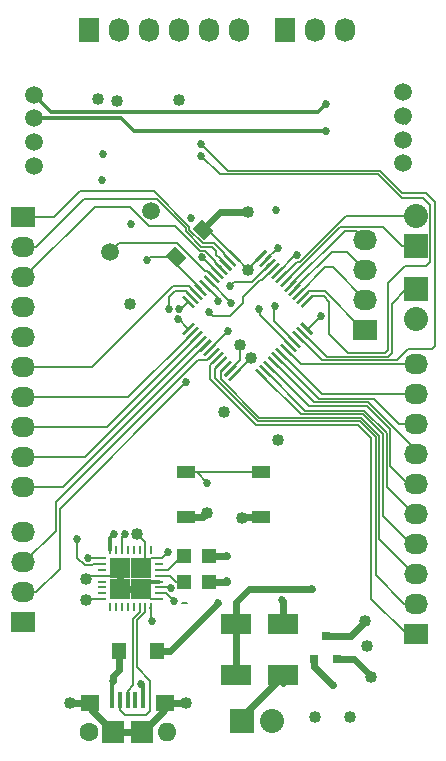
<source format=gtl>
G04 #@! TF.FileFunction,Copper,L1,Top,Signal*
%FSLAX46Y46*%
G04 Gerber Fmt 4.6, Leading zero omitted, Abs format (unit mm)*
G04 Created by KiCad (PCBNEW 4.0.0-2.201512072331+6194~38~ubuntu14.04.1-stable) date Mon 04 Jan 2016 09:00:13 PM CET*
%MOMM*%
G01*
G04 APERTURE LIST*
%ADD10C,0.100000*%
%ADD11R,2.499360X1.800860*%
%ADD12R,1.198880X1.198880*%
%ADD13R,1.150620X1.399540*%
%ADD14R,2.032000X1.727200*%
%ADD15O,2.032000X1.727200*%
%ADD16R,2.032000X2.032000*%
%ADD17O,2.032000X2.032000*%
%ADD18R,1.727200X2.032000*%
%ADD19O,1.727200X2.032000*%
%ADD20C,1.500000*%
%ADD21R,0.400000X1.350000*%
%ADD22R,1.600000X1.400000*%
%ADD23R,1.900000X1.900000*%
%ADD24C,1.600000*%
%ADD25O,1.600000X1.600000*%
%ADD26R,0.700000X0.250000*%
%ADD27R,0.250000X0.700000*%
%ADD28R,1.725000X1.725000*%
%ADD29R,0.800100X0.800100*%
%ADD30C,1.501140*%
%ADD31R,1.600000X1.000000*%
%ADD32C,0.685800*%
%ADD33C,1.016000*%
%ADD34C,0.152400*%
%ADD35C,0.304800*%
%ADD36C,0.609600*%
G04 APERTURE END LIST*
D10*
G36*
X96110621Y-97529111D02*
X96287398Y-97352334D01*
X97206637Y-98271573D01*
X97029860Y-98448350D01*
X96110621Y-97529111D01*
X96110621Y-97529111D01*
G37*
G36*
X95757068Y-97882664D02*
X95933845Y-97705887D01*
X96853084Y-98625126D01*
X96676307Y-98801903D01*
X95757068Y-97882664D01*
X95757068Y-97882664D01*
G37*
G36*
X95403514Y-98236218D02*
X95580291Y-98059441D01*
X96499530Y-98978680D01*
X96322753Y-99155457D01*
X95403514Y-98236218D01*
X95403514Y-98236218D01*
G37*
G36*
X95049961Y-98589771D02*
X95226738Y-98412994D01*
X96145977Y-99332233D01*
X95969200Y-99509010D01*
X95049961Y-98589771D01*
X95049961Y-98589771D01*
G37*
G36*
X94696408Y-98943324D02*
X94873185Y-98766547D01*
X95792424Y-99685786D01*
X95615647Y-99862563D01*
X94696408Y-98943324D01*
X94696408Y-98943324D01*
G37*
G36*
X94342854Y-99296878D02*
X94519631Y-99120101D01*
X95438870Y-100039340D01*
X95262093Y-100216117D01*
X94342854Y-99296878D01*
X94342854Y-99296878D01*
G37*
G36*
X93989301Y-99650431D02*
X94166078Y-99473654D01*
X95085317Y-100392893D01*
X94908540Y-100569670D01*
X93989301Y-99650431D01*
X93989301Y-99650431D01*
G37*
G36*
X93635747Y-100003985D02*
X93812524Y-99827208D01*
X94731763Y-100746447D01*
X94554986Y-100923224D01*
X93635747Y-100003985D01*
X93635747Y-100003985D01*
G37*
G36*
X93282194Y-100357538D02*
X93458971Y-100180761D01*
X94378210Y-101100000D01*
X94201433Y-101276777D01*
X93282194Y-100357538D01*
X93282194Y-100357538D01*
G37*
G36*
X92928641Y-100711091D02*
X93105418Y-100534314D01*
X94024657Y-101453553D01*
X93847880Y-101630330D01*
X92928641Y-100711091D01*
X92928641Y-100711091D01*
G37*
G36*
X92575087Y-101064645D02*
X92751864Y-100887868D01*
X93671103Y-101807107D01*
X93494326Y-101983884D01*
X92575087Y-101064645D01*
X92575087Y-101064645D01*
G37*
G36*
X92221534Y-101418198D02*
X92398311Y-101241421D01*
X93317550Y-102160660D01*
X93140773Y-102337437D01*
X92221534Y-101418198D01*
X92221534Y-101418198D01*
G37*
G36*
X92398311Y-104600179D02*
X92221534Y-104423402D01*
X93140773Y-103504163D01*
X93317550Y-103680940D01*
X92398311Y-104600179D01*
X92398311Y-104600179D01*
G37*
G36*
X92751864Y-104953732D02*
X92575087Y-104776955D01*
X93494326Y-103857716D01*
X93671103Y-104034493D01*
X92751864Y-104953732D01*
X92751864Y-104953732D01*
G37*
G36*
X93105418Y-105307286D02*
X92928641Y-105130509D01*
X93847880Y-104211270D01*
X94024657Y-104388047D01*
X93105418Y-105307286D01*
X93105418Y-105307286D01*
G37*
G36*
X93458971Y-105660839D02*
X93282194Y-105484062D01*
X94201433Y-104564823D01*
X94378210Y-104741600D01*
X93458971Y-105660839D01*
X93458971Y-105660839D01*
G37*
G36*
X93812524Y-106014392D02*
X93635747Y-105837615D01*
X94554986Y-104918376D01*
X94731763Y-105095153D01*
X93812524Y-106014392D01*
X93812524Y-106014392D01*
G37*
G36*
X94166078Y-106367946D02*
X93989301Y-106191169D01*
X94908540Y-105271930D01*
X95085317Y-105448707D01*
X94166078Y-106367946D01*
X94166078Y-106367946D01*
G37*
G36*
X94519631Y-106721499D02*
X94342854Y-106544722D01*
X95262093Y-105625483D01*
X95438870Y-105802260D01*
X94519631Y-106721499D01*
X94519631Y-106721499D01*
G37*
G36*
X94873185Y-107075053D02*
X94696408Y-106898276D01*
X95615647Y-105979037D01*
X95792424Y-106155814D01*
X94873185Y-107075053D01*
X94873185Y-107075053D01*
G37*
G36*
X95226738Y-107428606D02*
X95049961Y-107251829D01*
X95969200Y-106332590D01*
X96145977Y-106509367D01*
X95226738Y-107428606D01*
X95226738Y-107428606D01*
G37*
G36*
X95580291Y-107782159D02*
X95403514Y-107605382D01*
X96322753Y-106686143D01*
X96499530Y-106862920D01*
X95580291Y-107782159D01*
X95580291Y-107782159D01*
G37*
G36*
X95933845Y-108135713D02*
X95757068Y-107958936D01*
X96676307Y-107039697D01*
X96853084Y-107216474D01*
X95933845Y-108135713D01*
X95933845Y-108135713D01*
G37*
G36*
X96287398Y-108489266D02*
X96110621Y-108312489D01*
X97029860Y-107393250D01*
X97206637Y-107570027D01*
X96287398Y-108489266D01*
X96287398Y-108489266D01*
G37*
G36*
X98373363Y-107570027D02*
X98550140Y-107393250D01*
X99469379Y-108312489D01*
X99292602Y-108489266D01*
X98373363Y-107570027D01*
X98373363Y-107570027D01*
G37*
G36*
X98726916Y-107216474D02*
X98903693Y-107039697D01*
X99822932Y-107958936D01*
X99646155Y-108135713D01*
X98726916Y-107216474D01*
X98726916Y-107216474D01*
G37*
G36*
X99080470Y-106862920D02*
X99257247Y-106686143D01*
X100176486Y-107605382D01*
X99999709Y-107782159D01*
X99080470Y-106862920D01*
X99080470Y-106862920D01*
G37*
G36*
X99434023Y-106509367D02*
X99610800Y-106332590D01*
X100530039Y-107251829D01*
X100353262Y-107428606D01*
X99434023Y-106509367D01*
X99434023Y-106509367D01*
G37*
G36*
X99787576Y-106155814D02*
X99964353Y-105979037D01*
X100883592Y-106898276D01*
X100706815Y-107075053D01*
X99787576Y-106155814D01*
X99787576Y-106155814D01*
G37*
G36*
X100141130Y-105802260D02*
X100317907Y-105625483D01*
X101237146Y-106544722D01*
X101060369Y-106721499D01*
X100141130Y-105802260D01*
X100141130Y-105802260D01*
G37*
G36*
X100494683Y-105448707D02*
X100671460Y-105271930D01*
X101590699Y-106191169D01*
X101413922Y-106367946D01*
X100494683Y-105448707D01*
X100494683Y-105448707D01*
G37*
G36*
X100848237Y-105095153D02*
X101025014Y-104918376D01*
X101944253Y-105837615D01*
X101767476Y-106014392D01*
X100848237Y-105095153D01*
X100848237Y-105095153D01*
G37*
G36*
X101201790Y-104741600D02*
X101378567Y-104564823D01*
X102297806Y-105484062D01*
X102121029Y-105660839D01*
X101201790Y-104741600D01*
X101201790Y-104741600D01*
G37*
G36*
X101555343Y-104388047D02*
X101732120Y-104211270D01*
X102651359Y-105130509D01*
X102474582Y-105307286D01*
X101555343Y-104388047D01*
X101555343Y-104388047D01*
G37*
G36*
X101908897Y-104034493D02*
X102085674Y-103857716D01*
X103004913Y-104776955D01*
X102828136Y-104953732D01*
X101908897Y-104034493D01*
X101908897Y-104034493D01*
G37*
G36*
X102262450Y-103680940D02*
X102439227Y-103504163D01*
X103358466Y-104423402D01*
X103181689Y-104600179D01*
X102262450Y-103680940D01*
X102262450Y-103680940D01*
G37*
G36*
X102439227Y-102337437D02*
X102262450Y-102160660D01*
X103181689Y-101241421D01*
X103358466Y-101418198D01*
X102439227Y-102337437D01*
X102439227Y-102337437D01*
G37*
G36*
X102085674Y-101983884D02*
X101908897Y-101807107D01*
X102828136Y-100887868D01*
X103004913Y-101064645D01*
X102085674Y-101983884D01*
X102085674Y-101983884D01*
G37*
G36*
X101732120Y-101630330D02*
X101555343Y-101453553D01*
X102474582Y-100534314D01*
X102651359Y-100711091D01*
X101732120Y-101630330D01*
X101732120Y-101630330D01*
G37*
G36*
X101378567Y-101276777D02*
X101201790Y-101100000D01*
X102121029Y-100180761D01*
X102297806Y-100357538D01*
X101378567Y-101276777D01*
X101378567Y-101276777D01*
G37*
G36*
X101025014Y-100923224D02*
X100848237Y-100746447D01*
X101767476Y-99827208D01*
X101944253Y-100003985D01*
X101025014Y-100923224D01*
X101025014Y-100923224D01*
G37*
G36*
X100671460Y-100569670D02*
X100494683Y-100392893D01*
X101413922Y-99473654D01*
X101590699Y-99650431D01*
X100671460Y-100569670D01*
X100671460Y-100569670D01*
G37*
G36*
X100317907Y-100216117D02*
X100141130Y-100039340D01*
X101060369Y-99120101D01*
X101237146Y-99296878D01*
X100317907Y-100216117D01*
X100317907Y-100216117D01*
G37*
G36*
X99964353Y-99862563D02*
X99787576Y-99685786D01*
X100706815Y-98766547D01*
X100883592Y-98943324D01*
X99964353Y-99862563D01*
X99964353Y-99862563D01*
G37*
G36*
X99610800Y-99509010D02*
X99434023Y-99332233D01*
X100353262Y-98412994D01*
X100530039Y-98589771D01*
X99610800Y-99509010D01*
X99610800Y-99509010D01*
G37*
G36*
X99257247Y-99155457D02*
X99080470Y-98978680D01*
X99999709Y-98059441D01*
X100176486Y-98236218D01*
X99257247Y-99155457D01*
X99257247Y-99155457D01*
G37*
G36*
X98903693Y-98801903D02*
X98726916Y-98625126D01*
X99646155Y-97705887D01*
X99822932Y-97882664D01*
X98903693Y-98801903D01*
X98903693Y-98801903D01*
G37*
G36*
X98550140Y-98448350D02*
X98373363Y-98271573D01*
X99292602Y-97352334D01*
X99469379Y-97529111D01*
X98550140Y-98448350D01*
X98550140Y-98448350D01*
G37*
D11*
X96807020Y-133350000D03*
X100804980Y-133350000D03*
X96807020Y-129032000D03*
X100804980Y-129032000D03*
D12*
X94521020Y-123317000D03*
X92422980Y-123317000D03*
X94521020Y-125476000D03*
X92422980Y-125476000D03*
D10*
G36*
X91599520Y-97072655D02*
X92589145Y-98062280D01*
X91775534Y-98875891D01*
X90785909Y-97886266D01*
X91599520Y-97072655D01*
X91599520Y-97072655D01*
G37*
G36*
X93898466Y-94773709D02*
X94888091Y-95763334D01*
X94074480Y-96576945D01*
X93084855Y-95587320D01*
X93898466Y-94773709D01*
X93898466Y-94773709D01*
G37*
D13*
X90144600Y-131318000D03*
X86893400Y-131318000D03*
D14*
X112014000Y-129921000D03*
D15*
X112014000Y-127381000D03*
X112014000Y-124841000D03*
X112014000Y-122301000D03*
X112014000Y-119761000D03*
X112014000Y-117221000D03*
X112014000Y-114681000D03*
X112014000Y-112141000D03*
X112014000Y-109601000D03*
X112014000Y-107061000D03*
D14*
X78740000Y-94615000D03*
D15*
X78740000Y-97155000D03*
X78740000Y-99695000D03*
X78740000Y-102235000D03*
X78740000Y-104775000D03*
X78740000Y-107315000D03*
X78740000Y-109855000D03*
X78740000Y-112395000D03*
X78740000Y-114935000D03*
X78740000Y-117475000D03*
D14*
X107746800Y-104165400D03*
D15*
X107746800Y-101625400D03*
X107746800Y-99085400D03*
X107746800Y-96545400D03*
D16*
X112014000Y-100711000D03*
D17*
X112014000Y-103251000D03*
D14*
X78740000Y-128905000D03*
D15*
X78740000Y-126365000D03*
X78740000Y-123825000D03*
X78740000Y-121285000D03*
D16*
X112014000Y-97028000D03*
D17*
X112014000Y-94488000D03*
D18*
X84328000Y-78740000D03*
D19*
X86868000Y-78740000D03*
X89408000Y-78740000D03*
X91948000Y-78740000D03*
X94488000Y-78740000D03*
X97028000Y-78740000D03*
D20*
X110934500Y-90056500D03*
X110934500Y-88056500D03*
X110934500Y-86056500D03*
X110934500Y-84056500D03*
X79692500Y-84251000D03*
X79692500Y-86251000D03*
X79692500Y-88251000D03*
X79692500Y-90251000D03*
D18*
X100965000Y-78740000D03*
D19*
X103505000Y-78740000D03*
X106045000Y-78740000D03*
D21*
X86330000Y-135526000D03*
X88280000Y-135526000D03*
X87630000Y-135526000D03*
X86980000Y-135526000D03*
X88930000Y-135526000D03*
D22*
X84430000Y-135726000D03*
X90830000Y-135726000D03*
D23*
X86430000Y-138176000D03*
X88830000Y-138176000D03*
D24*
X84330000Y-138176000D03*
D25*
X90930000Y-138176000D03*
D16*
X97282000Y-137287000D03*
D17*
X99822000Y-137287000D03*
D26*
X85484000Y-123472000D03*
X85484000Y-123972000D03*
X85484000Y-124472000D03*
X85484000Y-124972000D03*
X85484000Y-125472000D03*
X85484000Y-125972000D03*
X85484000Y-126472000D03*
X85484000Y-126972000D03*
D27*
X86134000Y-127622000D03*
X86634000Y-127622000D03*
X87134000Y-127622000D03*
X87634000Y-127622000D03*
X88134000Y-127622000D03*
X88634000Y-127622000D03*
X89134000Y-127622000D03*
X89634000Y-127622000D03*
D26*
X90284000Y-126972000D03*
X90284000Y-126472000D03*
X90284000Y-125972000D03*
X90284000Y-125472000D03*
X90284000Y-124972000D03*
X90284000Y-124472000D03*
X90284000Y-123972000D03*
X90284000Y-123472000D03*
D27*
X89634000Y-122822000D03*
X89134000Y-122822000D03*
X88634000Y-122822000D03*
X88134000Y-122822000D03*
X87634000Y-122822000D03*
X87134000Y-122822000D03*
X86634000Y-122822000D03*
X86134000Y-122822000D03*
D28*
X88746500Y-126084500D03*
X88746500Y-124359500D03*
X87021500Y-126084500D03*
X87021500Y-124359500D03*
D29*
X103444000Y-132064760D03*
X105344000Y-132064760D03*
X104394000Y-130065780D03*
D30*
X89610005Y-94082795D03*
X86157995Y-97534805D03*
D31*
X92558000Y-116210000D03*
X98958000Y-116210000D03*
X92558000Y-120010000D03*
X98958000Y-120010000D03*
D32*
X89281000Y-98221800D03*
D33*
X84137500Y-125222000D03*
D32*
X91059000Y-122936000D03*
X85471000Y-91503500D03*
D33*
X88455500Y-121412000D03*
X107886500Y-130937000D03*
X92583000Y-135763000D03*
X82740500Y-135763000D03*
X97345500Y-120078500D03*
X94361000Y-119697500D03*
X86741000Y-84772500D03*
X103505000Y-136906000D03*
X87820500Y-101981000D03*
X100330000Y-113474500D03*
X97155000Y-105473500D03*
D32*
X95275400Y-101676200D03*
X100330000Y-97205800D03*
X105003600Y-134264400D03*
X100177600Y-94005400D03*
X92979107Y-94672303D03*
X87884000Y-95173800D03*
X88773000Y-134112000D03*
X93929200Y-98018600D03*
X96418400Y-101879400D03*
X94361000Y-117094000D03*
X86360000Y-133858000D03*
X89687400Y-128803400D03*
D33*
X107759500Y-128841500D03*
D32*
X103251000Y-126111000D03*
X85534500Y-89281000D03*
D33*
X85090000Y-84645500D03*
X91948000Y-84709000D03*
X108204000Y-133540500D03*
X106489500Y-136906000D03*
X95821500Y-111125000D03*
X97790000Y-94170500D03*
X97853500Y-99060000D03*
X98044000Y-106553000D03*
D32*
X96037400Y-123317000D03*
X96062800Y-125450600D03*
X96291400Y-100431600D03*
X91105819Y-102429532D03*
X96113600Y-104267000D03*
X92583000Y-108585000D03*
X93853000Y-89408000D03*
X93853000Y-88392000D03*
X98742500Y-102425500D03*
X100139500Y-102108000D03*
X101981000Y-97790000D03*
X91567000Y-127127000D03*
X92005848Y-102429532D03*
X87376000Y-121412000D03*
X91866663Y-103256107D03*
X83375500Y-121856500D03*
X86487000Y-121412000D03*
D33*
X84074000Y-127063500D03*
D32*
X84251800Y-123444000D03*
X100711000Y-127000000D03*
X91313000Y-125984000D03*
X95250000Y-127254000D03*
X104457500Y-85026500D03*
X104457500Y-87312500D03*
X103987600Y-102946200D03*
X94488000Y-102616000D03*
D34*
X92676980Y-127254000D02*
X92202000Y-127254000D01*
X91687527Y-97974273D02*
X89528527Y-97974273D01*
X89528527Y-97974273D02*
X89281000Y-98221800D01*
X91687527Y-97974273D02*
X91687527Y-98586094D01*
X91687527Y-98586094D02*
X93830202Y-100728769D01*
D35*
X84137500Y-125222000D02*
X84137500Y-125158500D01*
D34*
X84324000Y-124972000D02*
X85484000Y-124972000D01*
X84137500Y-125158500D02*
X84324000Y-124972000D01*
X90284000Y-123472000D02*
X90523000Y-123472000D01*
X90523000Y-123472000D02*
X91059000Y-122936000D01*
X85484000Y-124972000D02*
X86409000Y-124972000D01*
X86409000Y-124972000D02*
X87021500Y-124359500D01*
X89134000Y-122822000D02*
X89134000Y-122090500D01*
X89134000Y-122090500D02*
X88455500Y-121412000D01*
D36*
X90830000Y-135726000D02*
X92546000Y-135726000D01*
X92546000Y-135726000D02*
X92583000Y-135763000D01*
X84430000Y-135726000D02*
X82777500Y-135726000D01*
X82777500Y-135726000D02*
X82740500Y-135763000D01*
X98958000Y-120010000D02*
X97414000Y-120010000D01*
X97414000Y-120010000D02*
X97345500Y-120078500D01*
X94048500Y-120010000D02*
X92558000Y-120010000D01*
X94361000Y-119697500D02*
X94048500Y-120010000D01*
D34*
X96305076Y-107587705D02*
X96310795Y-107587705D01*
X96310795Y-107587705D02*
X97155000Y-106743500D01*
X97155000Y-106743500D02*
X97155000Y-105473500D01*
X96305076Y-107587705D02*
X96374295Y-107587705D01*
X94183755Y-100375216D02*
X94203016Y-100375216D01*
X94203016Y-100375216D02*
X95275400Y-101447600D01*
X95275400Y-101447600D02*
X95275400Y-101676200D01*
X99274924Y-98253895D02*
X99281905Y-98253895D01*
X99281905Y-98253895D02*
X100330000Y-97205800D01*
D36*
X103444000Y-132064760D02*
X103444000Y-132704800D01*
X103444000Y-132704800D02*
X105003600Y-134264400D01*
X87021500Y-126084500D02*
X87021500Y-124359500D01*
X87021500Y-126084500D02*
X88746500Y-126084500D01*
D34*
X86409000Y-124972000D02*
X87021500Y-124359500D01*
X96305076Y-107529924D02*
X96305076Y-107587705D01*
X96305076Y-107587705D02*
X96305076Y-107580724D01*
D35*
X90284000Y-125472000D02*
X89359000Y-125472000D01*
X89359000Y-125472000D02*
X88746500Y-126084500D01*
X88930000Y-135526000D02*
X88930000Y-134269000D01*
D34*
X88930000Y-134269000D02*
X88773000Y-134112000D01*
D35*
X90630000Y-135526000D02*
X90830000Y-135726000D01*
D36*
X88830000Y-138176000D02*
X88900000Y-138176000D01*
X88900000Y-138176000D02*
X90830000Y-136246000D01*
X90830000Y-136246000D02*
X90830000Y-135726000D01*
X86430000Y-138176000D02*
X88830000Y-138176000D01*
X84430000Y-135726000D02*
X84430000Y-136176000D01*
X84430000Y-136176000D02*
X86430000Y-138176000D01*
D34*
X90284000Y-126972000D02*
X89634000Y-126972000D01*
X89634000Y-126972000D02*
X88746500Y-126084500D01*
X86409000Y-124972000D02*
X87021500Y-124359500D01*
X89134000Y-122822000D02*
X89134000Y-123972000D01*
X89134000Y-123972000D02*
X88746500Y-124359500D01*
X90284000Y-123472000D02*
X89634000Y-123472000D01*
X89634000Y-123472000D02*
X88746500Y-124359500D01*
X93929200Y-98018600D02*
X94945200Y-99034600D01*
X86908564Y-96784236D02*
X91849014Y-96784236D01*
X86157995Y-97534805D02*
X86908564Y-96784236D01*
X94202558Y-99137780D02*
X94360533Y-99137780D01*
X91849014Y-96784236D02*
X94202558Y-99137780D01*
X94360533Y-99137780D02*
X94890862Y-99668109D01*
X96418400Y-101879400D02*
X94560662Y-100021662D01*
X94560662Y-100021662D02*
X94537309Y-100021662D01*
X94537309Y-100049109D02*
X94537309Y-100021662D01*
X93477000Y-116210000D02*
X92558000Y-116210000D01*
X94361000Y-117094000D02*
X93477000Y-116210000D01*
X92558000Y-116210000D02*
X98958000Y-116210000D01*
D36*
X86360000Y-133858000D02*
X86360000Y-133477000D01*
X86893400Y-132943600D02*
X86893400Y-131318000D01*
X86360000Y-133477000D02*
X86893400Y-132943600D01*
D35*
X86330000Y-133888000D02*
X86330000Y-135526000D01*
D34*
X86360000Y-133858000D02*
X86330000Y-133888000D01*
X89687400Y-128803400D02*
X89634000Y-128750000D01*
X89634000Y-128750000D02*
X89634000Y-127622000D01*
X89535000Y-127721000D02*
X89634000Y-127622000D01*
D36*
X106535220Y-130065780D02*
X104394000Y-130065780D01*
X107759500Y-128841500D02*
X106535220Y-130065780D01*
X96807020Y-129032000D02*
X96807020Y-127220980D01*
X97917000Y-126111000D02*
X103251000Y-126111000D01*
X96807020Y-127220980D02*
X97917000Y-126111000D01*
X96807020Y-129032000D02*
X96807020Y-129573020D01*
X96807020Y-133350000D02*
X96807020Y-129032000D01*
X108204000Y-133540500D02*
X108204000Y-133477000D01*
X106791760Y-132064760D02*
X105344000Y-132064760D01*
X108204000Y-133477000D02*
X106791760Y-132064760D01*
X93986473Y-95675327D02*
X93986473Y-95624527D01*
X93986473Y-95624527D02*
X95440500Y-94170500D01*
X95440500Y-94170500D02*
X97790000Y-94170500D01*
D34*
X98921371Y-97900342D02*
X98921371Y-97928629D01*
X98921371Y-97928629D02*
X97853500Y-98996500D01*
X96693842Y-97900342D02*
X97853500Y-99060000D01*
X97853500Y-98996500D02*
X97853500Y-99060000D01*
X96658629Y-97900342D02*
X96693842Y-97900342D01*
X96658629Y-107941258D02*
X96658629Y-107938371D01*
X96658629Y-107938371D02*
X98044000Y-106553000D01*
X96658629Y-97900342D02*
X96681142Y-97900342D01*
X98921371Y-97900342D02*
X98898858Y-97900342D01*
D36*
X93986473Y-95675327D02*
X94113473Y-95675327D01*
D34*
X93986473Y-95675327D02*
X94433614Y-95675327D01*
X94433614Y-95675327D02*
X96658629Y-97900342D01*
D36*
X97282000Y-137287000D02*
X97282000Y-136906000D01*
X97282000Y-136906000D02*
X100804980Y-133383020D01*
X100804980Y-133383020D02*
X100804980Y-133350000D01*
X100804980Y-133350000D02*
X100804980Y-134018020D01*
X94521020Y-123317000D02*
X96037400Y-123317000D01*
D34*
X92422980Y-123317000D02*
X92202000Y-123317000D01*
X92202000Y-123317000D02*
X91047000Y-124472000D01*
X91047000Y-124472000D02*
X90284000Y-124472000D01*
D36*
X94521020Y-125476000D02*
X96037400Y-125476000D01*
X96037400Y-125476000D02*
X96062800Y-125450600D01*
D34*
X92422980Y-125476000D02*
X91694000Y-125476000D01*
X91190000Y-124972000D02*
X90284000Y-124972000D01*
X91694000Y-125476000D02*
X91190000Y-124972000D01*
X112014000Y-129921000D02*
X111252000Y-129921000D01*
X111252000Y-129921000D02*
X108267500Y-126936500D01*
X94615000Y-107156461D02*
X95244416Y-106527045D01*
X94615000Y-108331000D02*
X94615000Y-107156461D01*
X98501208Y-112217208D02*
X94615000Y-108331000D01*
X107165578Y-112217208D02*
X98501208Y-112217208D01*
X108267500Y-113319130D02*
X107165578Y-112217208D01*
X108267500Y-126936500D02*
X108267500Y-113319130D01*
X112014000Y-129921000D02*
X111633000Y-129921000D01*
X95244416Y-106527045D02*
X95148955Y-106527045D01*
X112014000Y-127381000D02*
X111061500Y-127381000D01*
X111061500Y-127381000D02*
X108635792Y-124955292D01*
X94996000Y-107482567D02*
X95597969Y-106880598D01*
X94996000Y-108267500D02*
X94996000Y-107482567D01*
X98640906Y-111912406D02*
X94996000Y-108267500D01*
X107291832Y-111912406D02*
X98640906Y-111912406D01*
X108635792Y-113256366D02*
X107291832Y-111912406D01*
X108635792Y-124955292D02*
X108635792Y-113256366D01*
X112014000Y-127381000D02*
X111125000Y-127381000D01*
X112014000Y-127381000D02*
X111887000Y-127381000D01*
X112014000Y-124841000D02*
X111887000Y-124841000D01*
X111887000Y-124841000D02*
X108940594Y-121894594D01*
X95504000Y-108331000D02*
X95504000Y-107681673D01*
X98780604Y-111607604D02*
X95504000Y-108331000D01*
X107418086Y-111607604D02*
X98780604Y-111607604D01*
X108940594Y-113130112D02*
X107418086Y-111607604D01*
X108940594Y-121894594D02*
X108940594Y-113130112D01*
X95504000Y-107681673D02*
X95951522Y-107234151D01*
X112014000Y-124841000D02*
X111696500Y-124841000D01*
X112014000Y-124841000D02*
X111125000Y-124841000D01*
X112014000Y-124841000D02*
X111633000Y-124841000D01*
X112014000Y-122301000D02*
X111633000Y-122301000D01*
X111633000Y-122301000D02*
X109245396Y-119913396D01*
X102282915Y-111302802D02*
X98921371Y-107941258D01*
X107544340Y-111302802D02*
X102282915Y-111302802D01*
X109245396Y-113003858D02*
X107544340Y-111302802D01*
X109245396Y-119913396D02*
X109245396Y-113003858D01*
X112014000Y-119761000D02*
X111887000Y-119761000D01*
X111887000Y-119761000D02*
X109550198Y-117424198D01*
X102685219Y-110998000D02*
X99274924Y-107587705D01*
X107670594Y-110998000D02*
X102685219Y-110998000D01*
X109550198Y-112877604D02*
X107670594Y-110998000D01*
X109550198Y-117424198D02*
X109550198Y-112877604D01*
X112014000Y-117221000D02*
X111379000Y-117221000D01*
X111379000Y-117221000D02*
X109855000Y-115697000D01*
X102985931Y-110591604D02*
X99628478Y-107234151D01*
X107874548Y-110591604D02*
X102985931Y-110591604D01*
X109855000Y-112572056D02*
X107874548Y-110591604D01*
X109855000Y-115697000D02*
X109855000Y-112572056D01*
X112014000Y-117221000D02*
X111963200Y-117221000D01*
X112014000Y-114681000D02*
X112014000Y-114300000D01*
X112014000Y-114300000D02*
X108000802Y-110286802D01*
X103388235Y-110286802D02*
X99982031Y-106880598D01*
X108000802Y-110286802D02*
X103388235Y-110286802D01*
X112014000Y-114681000D02*
X111175804Y-114681000D01*
X112014000Y-114681000D02*
X111455200Y-114681000D01*
X95774747Y-97648924D02*
X95774747Y-97723566D01*
X78740000Y-94615000D02*
X81407733Y-94615000D01*
X89864467Y-92430600D02*
X92856245Y-95422377D01*
X93979785Y-96805555D02*
X94931378Y-96805555D01*
X83592133Y-92430600D02*
X89864467Y-92430600D01*
X92856245Y-95682015D02*
X93979785Y-96805555D01*
X94931378Y-96805555D02*
X95774747Y-97648924D01*
X92856245Y-95422377D02*
X92856245Y-95682015D01*
X95774747Y-97723566D02*
X96305076Y-98253895D01*
X81407733Y-94615000D02*
X83592133Y-92430600D01*
X83959776Y-93103624D02*
X90106424Y-93103624D01*
X90106424Y-93103624D02*
X92551434Y-95548633D01*
X93853529Y-97110366D02*
X94805122Y-97110366D01*
X79908400Y-97155000D02*
X83959776Y-93103624D01*
X78740000Y-97155000D02*
X79908400Y-97155000D01*
X92551434Y-95548633D02*
X92551434Y-95808271D01*
X95135723Y-97440967D02*
X95135723Y-97791650D01*
X92551434Y-95808271D02*
X93853529Y-97110366D01*
X95421193Y-98077120D02*
X95951522Y-98607449D01*
X95135723Y-97791650D02*
X95421193Y-98077120D01*
X94805122Y-97110366D02*
X95135723Y-97440967D01*
X95067640Y-98311218D02*
X95067640Y-98430673D01*
X93759195Y-97447099D02*
X94203521Y-97447099D01*
X95067640Y-98430673D02*
X95597969Y-98961002D01*
X94203521Y-97447099D02*
X95067640Y-98311218D01*
X91642060Y-95329964D02*
X93759195Y-97447099D01*
X89408000Y-95329964D02*
X91642060Y-95329964D01*
X78892400Y-99695000D02*
X84861400Y-93726000D01*
X87804036Y-93726000D02*
X89408000Y-95329964D01*
X84861400Y-93726000D02*
X87804036Y-93726000D01*
X78740000Y-99695000D02*
X78892400Y-99695000D01*
X96291400Y-100431600D02*
X96634299Y-100088701D01*
X96634299Y-100088701D02*
X98147226Y-100088701D01*
X98147226Y-100088701D02*
X99098149Y-99137778D01*
X99098149Y-99137778D02*
X99628478Y-98607449D01*
X78740000Y-107315000D02*
X84582000Y-107315000D01*
X92851327Y-100457000D02*
X93476649Y-101082322D01*
X91440000Y-100457000D02*
X92851327Y-100457000D01*
X84582000Y-107315000D02*
X91440000Y-100457000D01*
X78740000Y-109855000D02*
X87673819Y-109855000D01*
X87673819Y-109855000D02*
X93123095Y-104405724D01*
X78740000Y-112395000D02*
X85840927Y-112395000D01*
X85840927Y-112395000D02*
X93476649Y-104759278D01*
X78740000Y-114935000D02*
X84008033Y-114935000D01*
X84008033Y-114935000D02*
X93830202Y-105112831D01*
X78740000Y-117475000D02*
X82175139Y-117475000D01*
X82175139Y-117475000D02*
X94183755Y-105466384D01*
X107746800Y-104165400D02*
X107594400Y-104165400D01*
X107594400Y-104165400D02*
X104334547Y-100905547D01*
X104334547Y-100905547D02*
X102987234Y-100905547D01*
X102987234Y-100905547D02*
X102456905Y-101435876D01*
X102103351Y-101082322D02*
X102117678Y-101082322D01*
X102117678Y-101082322D02*
X104343200Y-98856800D01*
X104343200Y-98856800D02*
X104978200Y-98856800D01*
X104978200Y-98856800D02*
X107746800Y-101625400D01*
X112014000Y-100711000D02*
X111201200Y-100711000D01*
X111201200Y-100711000D02*
X109982000Y-101930200D01*
X109982000Y-101930200D02*
X109982000Y-106095798D01*
X109982000Y-106095798D02*
X109651800Y-106425998D01*
X109651800Y-106425998D02*
X104477179Y-106425998D01*
X104477179Y-106425998D02*
X102456905Y-104405724D01*
X91105819Y-101400781D02*
X91105819Y-101944599D01*
X91601053Y-100905547D02*
X91105819Y-101400781D01*
X92592766Y-100905547D02*
X91601053Y-100905547D01*
X93123095Y-101435876D02*
X92592766Y-100905547D01*
X91105819Y-101944599D02*
X91105819Y-102429532D01*
X96113600Y-104267000D02*
X94560662Y-105819938D01*
X94560662Y-105819938D02*
X94537309Y-105819938D01*
X81864200Y-124409200D02*
X81864200Y-119354600D01*
X81864200Y-119354600D02*
X92583000Y-108585000D01*
X78740000Y-126365000D02*
X79908400Y-126365000D01*
X79908400Y-126365000D02*
X81864200Y-124409200D01*
X94360533Y-106703820D02*
X94890862Y-106173491D01*
X93618356Y-106703820D02*
X94360533Y-106703820D01*
X81559389Y-118762787D02*
X93618356Y-106703820D01*
X78892400Y-123825000D02*
X81559389Y-121158011D01*
X78740000Y-123825000D02*
X78892400Y-123825000D01*
X81559389Y-121158011D02*
X81559389Y-118762787D01*
X105611163Y-95453190D02*
X101573020Y-99491333D01*
X109270790Y-95453190D02*
X105611163Y-95453190D01*
X101573020Y-99491333D02*
X101042691Y-100021662D01*
X112014000Y-97028000D02*
X110845600Y-97028000D01*
X110845600Y-97028000D02*
X109270790Y-95453190D01*
X106145287Y-94488000D02*
X102209030Y-98424257D01*
X101932990Y-98424257D02*
X101219467Y-99137780D01*
X101219467Y-99137780D02*
X100689138Y-99668109D01*
X102209030Y-98424257D02*
X101932990Y-98424257D01*
X112014000Y-94488000D02*
X106145287Y-94488000D01*
X93853000Y-89408000D02*
X95427802Y-90982802D01*
X95427802Y-90982802D02*
X108839746Y-90982802D01*
X108839746Y-90982802D02*
X110820944Y-92964000D01*
X110820944Y-92964000D02*
X112649000Y-92964000D01*
X112649000Y-92964000D02*
X113258601Y-93573601D01*
X113258601Y-93573601D02*
X113258601Y-98226881D01*
X113258601Y-98221800D02*
X113258601Y-98399599D01*
X103279287Y-101320600D02*
X102810458Y-101789429D01*
X104216200Y-101320600D02*
X103279287Y-101320600D01*
X104673400Y-101777800D02*
X104216200Y-101320600D01*
X104673400Y-104495600D02*
X104673400Y-101777800D01*
X106298996Y-106121196D02*
X104673400Y-104495600D01*
X109397800Y-106121196D02*
X106298996Y-106121196D01*
X109651800Y-105867196D02*
X109397800Y-106121196D01*
X109651800Y-100177600D02*
X109651800Y-105867196D01*
X111099600Y-98729800D02*
X109651800Y-100177600D01*
X112928400Y-98729800D02*
X111099600Y-98729800D01*
X113258601Y-98399599D02*
X112928400Y-98729800D01*
X113258601Y-98221800D02*
X113258601Y-98226881D01*
X93853000Y-88392000D02*
X96139000Y-90678000D01*
X96139000Y-90678000D02*
X108966000Y-90678000D01*
X108966000Y-90678000D02*
X110871000Y-92583000D01*
X110871000Y-92583000D02*
X112903000Y-92583000D01*
X112903000Y-92583000D02*
X113665000Y-93345000D01*
X113665000Y-93345000D02*
X113665000Y-105537000D01*
X113665000Y-105537000D02*
X113411000Y-105791000D01*
X113411000Y-105791000D02*
X111379000Y-105791000D01*
X111379000Y-105791000D02*
X110439200Y-106730800D01*
X110439200Y-106730800D02*
X104074873Y-106730800D01*
X104074873Y-106730800D02*
X102103351Y-104759278D01*
X98806000Y-102876139D02*
X101396245Y-105466384D01*
X98806000Y-102489000D02*
X98806000Y-102876139D01*
X98742500Y-102425500D02*
X98806000Y-102489000D01*
X111212602Y-86334602D02*
X111379000Y-86501000D01*
X111164400Y-86715600D02*
X111379000Y-86501000D01*
X111238000Y-86360000D02*
X111379000Y-86501000D01*
X101396245Y-105460245D02*
X101396245Y-105466384D01*
X100012500Y-103375533D02*
X101749798Y-105112831D01*
X100012500Y-102235000D02*
X100012500Y-103375533D01*
X100139500Y-102108000D02*
X100012500Y-102235000D01*
X101749798Y-105102598D02*
X101749798Y-105112831D01*
X101796639Y-97853500D02*
X100335584Y-99314555D01*
X101917500Y-97853500D02*
X101796639Y-97853500D01*
X101981000Y-97790000D02*
X101917500Y-97853500D01*
X100329445Y-99314555D02*
X100335584Y-99314555D01*
X100329445Y-99314555D02*
X100335584Y-99314555D01*
X88087189Y-134241411D02*
X87630000Y-134698600D01*
X88634000Y-127622000D02*
X88634000Y-128076452D01*
X88634000Y-128076452D02*
X88087189Y-128623263D01*
X87630000Y-134698600D02*
X87630000Y-135526000D01*
X88087189Y-128623263D02*
X88087189Y-134241411D01*
X86980000Y-135526000D02*
X86980000Y-136383000D01*
X88409399Y-128732119D02*
X89134000Y-128007518D01*
X89134000Y-128007518D02*
X89134000Y-127622000D01*
X88409399Y-130302000D02*
X88409399Y-128732119D01*
X88409399Y-130347881D02*
X88409399Y-130302000D01*
X88409399Y-132732399D02*
X88409399Y-130347881D01*
X89535000Y-133858000D02*
X88409399Y-132732399D01*
X89535000Y-136398000D02*
X89535000Y-133858000D01*
X89154000Y-136779000D02*
X89535000Y-136398000D01*
X87376000Y-136779000D02*
X89154000Y-136779000D01*
X86980000Y-136383000D02*
X87376000Y-136779000D01*
X91567000Y-127127000D02*
X90912000Y-126472000D01*
X90912000Y-126472000D02*
X90284000Y-126472000D01*
X92769542Y-101789429D02*
X92129439Y-102429532D01*
X92129439Y-102429532D02*
X92005848Y-102429532D01*
X87134000Y-121654000D02*
X87134000Y-122822000D01*
X87376000Y-121412000D02*
X87134000Y-121654000D01*
X91973478Y-103256107D02*
X91866663Y-103256107D01*
X92769542Y-104052171D02*
X91973478Y-103256107D01*
X92769542Y-104004258D02*
X92769542Y-104052171D01*
X85484000Y-123972000D02*
X84752500Y-123972000D01*
X83375500Y-123444000D02*
X83375500Y-121856500D01*
X84010500Y-124079000D02*
X83375500Y-123444000D01*
X84645500Y-124079000D02*
X84010500Y-124079000D01*
X84752500Y-123972000D02*
X84645500Y-124079000D01*
D35*
X86134000Y-121765000D02*
X86134000Y-122822000D01*
X86487000Y-121412000D02*
X86134000Y-121765000D01*
D34*
X84165500Y-126972000D02*
X85484000Y-126972000D01*
X84074000Y-127063500D02*
X84165500Y-126972000D01*
X101749798Y-100728769D02*
X101749798Y-100713602D01*
X101749798Y-100713602D02*
X104902000Y-97561400D01*
X104902000Y-97561400D02*
X106222800Y-97561400D01*
X106222800Y-97561400D02*
X107746800Y-99085400D01*
X101396245Y-100375216D02*
X101402384Y-100375216D01*
X101402384Y-100375216D02*
X105994200Y-95783400D01*
X106984800Y-95783400D02*
X107746800Y-96545400D01*
X105994200Y-95783400D02*
X106984800Y-95783400D01*
X101396245Y-100375216D02*
X101396245Y-100330555D01*
X85484000Y-123472000D02*
X84279800Y-123472000D01*
X84279800Y-123472000D02*
X84251800Y-123444000D01*
D36*
X100804980Y-127093980D02*
X100804980Y-129032000D01*
X100711000Y-127000000D02*
X100804980Y-127093980D01*
X90144600Y-131318000D02*
X91186000Y-131318000D01*
X91186000Y-131318000D02*
X95250000Y-127254000D01*
D34*
X91301000Y-125972000D02*
X90284000Y-125972000D01*
X91313000Y-125984000D02*
X91301000Y-125972000D01*
D36*
X101346000Y-128490980D02*
X100804980Y-129032000D01*
D35*
X81166500Y-85725000D02*
X79692500Y-84251000D01*
X103759000Y-85725000D02*
X81166500Y-85725000D01*
X104457500Y-85026500D02*
X103759000Y-85725000D01*
X87076500Y-86251000D02*
X79692500Y-86251000D01*
X88138000Y-87312500D02*
X87076500Y-86251000D01*
X104457500Y-87312500D02*
X88138000Y-87312500D01*
D34*
X79883000Y-86505000D02*
X80119000Y-86505000D01*
X79756000Y-88378000D02*
X80024000Y-88378000D01*
X79756000Y-90378000D02*
X80310000Y-90378000D01*
X79756000Y-90378000D02*
X80092802Y-90378000D01*
X103987600Y-102946200D02*
X102881629Y-104052171D01*
X102881629Y-104052171D02*
X102810458Y-104052171D01*
X112014000Y-112141000D02*
X110617000Y-112141000D01*
X103790539Y-109982000D02*
X100335584Y-106527045D01*
X108458000Y-109982000D02*
X103790539Y-109982000D01*
X110617000Y-112141000D02*
X108458000Y-109982000D01*
X104116647Y-109601000D02*
X100689138Y-106173491D01*
X112014000Y-109601000D02*
X104116647Y-109601000D01*
X102283753Y-107061000D02*
X101042691Y-105819938D01*
X112014000Y-107061000D02*
X102283753Y-107061000D01*
X101042691Y-105819938D02*
X101042691Y-105894091D01*
X98994033Y-99949000D02*
X99982031Y-98961002D01*
X98806000Y-99949000D02*
X98994033Y-99949000D01*
X97409000Y-101346000D02*
X98806000Y-99949000D01*
X97409000Y-101854000D02*
X97409000Y-101346000D01*
X96266000Y-102997000D02*
X97409000Y-101854000D01*
X94869000Y-102997000D02*
X96266000Y-102997000D01*
X94488000Y-102616000D02*
X94869000Y-102997000D01*
M02*

</source>
